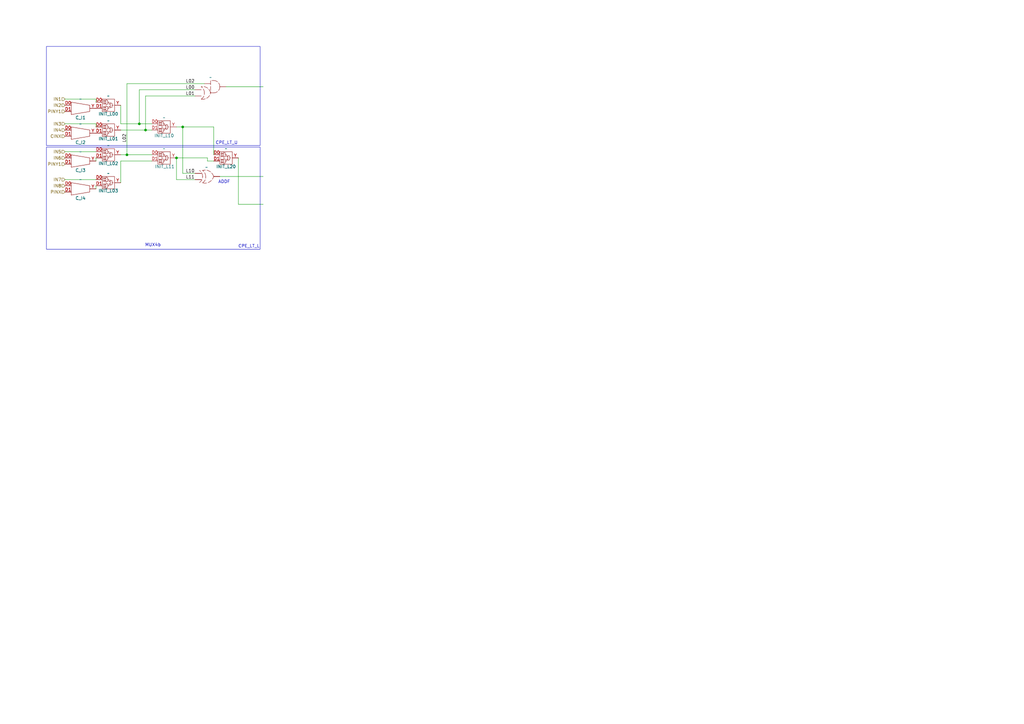
<source format=kicad_sch>
(kicad_sch
	(version 20250114)
	(generator "eeschema")
	(generator_version "9.0")
	(uuid "2a9cd8f7-e812-476c-ad1e-1dac2d5bc5cd")
	(paper "A3")
	(title_block
		(company "YosysHQ")
	)
	(lib_symbols
		(symbol "peppercorn:AO21"
			(exclude_from_sim no)
			(in_bom yes)
			(on_board yes)
			(property "Reference" "U"
				(at 0 0 0)
				(effects
					(font
						(size 1.27 1.27)
					)
				)
			)
			(property "Value" ""
				(at 0 0 0)
				(effects
					(font
						(size 1.27 1.27)
					)
				)
			)
			(property "Footprint" ""
				(at 0 0 0)
				(effects
					(font
						(size 1.27 1.27)
					)
					(hide yes)
				)
			)
			(property "Datasheet" ""
				(at 0 0 0)
				(effects
					(font
						(size 1.27 1.27)
					)
					(hide yes)
				)
			)
			(property "Description" ""
				(at 0 0 0)
				(effects
					(font
						(size 1.27 1.27)
					)
					(hide yes)
				)
			)
			(symbol "AO21_1_1"
				(arc
					(start -1.27 2.54)
					(mid -0.3243 1.4253)
					(end 0 0)
					(stroke
						(width 0)
						(type dash)
					)
					(fill
						(type none)
					)
				)
				(arc
					(start 0 0)
					(mid -0.2725 -1.4513)
					(end -1.27 -2.54)
					(stroke
						(width 0)
						(type dash)
					)
					(fill
						(type none)
					)
				)
				(arc
					(start -1.2702 2.5398)
					(mid 1.1609 2.059)
					(end 2.54 0)
					(stroke
						(width 0)
						(type dash)
					)
					(fill
						(type none)
					)
				)
				(arc
					(start 2.54 0)
					(mid 1.161 -2.0591)
					(end -1.2702 -2.5398)
					(stroke
						(width 0)
						(type dash)
					)
					(fill
						(type none)
					)
				)
				(arc
					(start 3.81 5.08)
					(mid 5.6061 4.3361)
					(end 6.35 2.54)
					(stroke
						(width 0)
						(type dash)
					)
					(fill
						(type none)
					)
				)
				(arc
					(start 6.35 2.54)
					(mid 5.6061 0.7439)
					(end 3.81 0)
					(stroke
						(width 0)
						(type dash)
					)
					(fill
						(type none)
					)
				)
				(polyline
					(pts
						(xy 3.81 0) (xy 2.54 0) (xy 2.54 5.08) (xy 3.81 5.08)
					)
					(stroke
						(width 0)
						(type dash)
					)
					(fill
						(type none)
					)
				)
				(pin input line
					(at -3.81 1.27 0)
					(length 2.54)
					(name ""
						(effects
							(font
								(size 1.27 1.27)
							)
						)
					)
					(number ""
						(effects
							(font
								(size 1.27 1.27)
							)
						)
					)
				)
				(pin input line
					(at -3.81 -1.27 0)
					(length 2.54)
					(name ""
						(effects
							(font
								(size 1.27 1.27)
							)
						)
					)
					(number ""
						(effects
							(font
								(size 1.27 1.27)
							)
						)
					)
				)
				(pin input line
					(at 0 3.81 0)
					(length 2.54)
					(name ""
						(effects
							(font
								(size 1.27 1.27)
							)
						)
					)
					(number ""
						(effects
							(font
								(size 1.27 1.27)
							)
						)
					)
				)
				(pin output line
					(at 8.89 2.54 180)
					(length 2.54)
					(name ""
						(effects
							(font
								(size 1.27 1.27)
							)
						)
					)
					(number ""
						(effects
							(font
								(size 1.27 1.27)
							)
						)
					)
				)
			)
			(embedded_fonts no)
		)
		(symbol "peppercorn:LUT2"
			(exclude_from_sim no)
			(in_bom yes)
			(on_board yes)
			(property "Reference" "L"
				(at 0 3.556 0)
				(effects
					(font
						(size 1.27 1.27)
					)
				)
			)
			(property "Value" ""
				(at 0 0 0)
				(effects
					(font
						(size 1.27 1.27)
					)
				)
			)
			(property "Footprint" ""
				(at 0 0 0)
				(effects
					(font
						(size 1.27 1.27)
					)
					(hide yes)
				)
			)
			(property "Datasheet" ""
				(at 0 0 0)
				(effects
					(font
						(size 1.27 1.27)
					)
					(hide yes)
				)
			)
			(property "Description" ""
				(at 0 0 0)
				(effects
					(font
						(size 1.27 1.27)
					)
					(hide yes)
				)
			)
			(symbol "LUT2_0_1"
				(rectangle
					(start -2.54 2.54)
					(end 2.54 -2.54)
					(stroke
						(width 0)
						(type default)
					)
					(fill
						(type none)
					)
				)
				(rectangle
					(start -2.032 2.032)
					(end -1.524 1.524)
					(stroke
						(width 0)
						(type default)
					)
					(fill
						(type none)
					)
				)
				(rectangle
					(start -2.032 1.016)
					(end -1.524 0.508)
					(stroke
						(width 0)
						(type default)
					)
					(fill
						(type none)
					)
				)
				(rectangle
					(start -2.032 -0.508)
					(end -1.524 -1.016)
					(stroke
						(width 0)
						(type default)
					)
					(fill
						(type none)
					)
				)
				(rectangle
					(start -2.032 -1.524)
					(end -1.524 -2.032)
					(stroke
						(width 0)
						(type default)
					)
					(fill
						(type none)
					)
				)
				(polyline
					(pts
						(xy -1.524 1.778) (xy -1.016 1.778)
					)
					(stroke
						(width 0)
						(type default)
					)
					(fill
						(type none)
					)
				)
				(polyline
					(pts
						(xy -1.524 0.762) (xy -1.016 0.762)
					)
					(stroke
						(width 0)
						(type default)
					)
					(fill
						(type none)
					)
				)
				(polyline
					(pts
						(xy -1.524 -0.762) (xy -1.016 -0.762)
					)
					(stroke
						(width 0)
						(type default)
					)
					(fill
						(type none)
					)
				)
				(polyline
					(pts
						(xy -1.524 -1.778) (xy -1.016 -1.778)
					)
					(stroke
						(width 0)
						(type default)
					)
					(fill
						(type none)
					)
				)
				(polyline
					(pts
						(xy -1.016 0.254) (xy -1.016 2.286) (xy -0.254 2.032) (xy -0.254 0.508) (xy -1.016 0.254)
					)
					(stroke
						(width 0)
						(type default)
					)
					(fill
						(type none)
					)
				)
				(polyline
					(pts
						(xy -1.016 -0.254) (xy -1.016 -2.286) (xy -0.254 -2.032) (xy -0.254 -0.508) (xy -1.016 -0.254)
					)
					(stroke
						(width 0)
						(type default)
					)
					(fill
						(type none)
					)
				)
				(polyline
					(pts
						(xy -0.254 1.27) (xy 0.254 1.27) (xy 0.254 0.508) (xy 0.762 0.508)
					)
					(stroke
						(width 0)
						(type default)
					)
					(fill
						(type none)
					)
				)
				(polyline
					(pts
						(xy -0.254 -1.27) (xy 0.254 -1.27) (xy 0.254 -0.508) (xy 0.762 -0.508)
					)
					(stroke
						(width 0)
						(type default)
					)
					(fill
						(type none)
					)
				)
				(polyline
					(pts
						(xy 0.762 -1.016) (xy 0.762 1.016) (xy 1.524 0.762) (xy 1.524 -0.762) (xy 0.762 -1.016)
					)
					(stroke
						(width 0)
						(type default)
					)
					(fill
						(type none)
					)
				)
				(polyline
					(pts
						(xy 1.524 0) (xy 2.032 0)
					)
					(stroke
						(width 0)
						(type default)
					)
					(fill
						(type none)
					)
				)
			)
			(symbol "LUT2_1_1"
				(pin input line
					(at -5.08 1.27 0)
					(length 2.54)
					(name ""
						(effects
							(font
								(size 1.27 1.27)
							)
						)
					)
					(number "D0"
						(effects
							(font
								(size 1.27 1.27)
							)
						)
					)
				)
				(pin input line
					(at -5.08 -1.27 0)
					(length 2.54)
					(name ""
						(effects
							(font
								(size 1.27 1.27)
							)
						)
					)
					(number "D1"
						(effects
							(font
								(size 1.27 1.27)
							)
						)
					)
				)
				(pin output line
					(at 5.08 0 180)
					(length 2.54)
					(name ""
						(effects
							(font
								(size 1.27 1.27)
							)
						)
					)
					(number "Y"
						(effects
							(font
								(size 1.27 1.27)
							)
						)
					)
				)
			)
			(embedded_fonts no)
		)
		(symbol "peppercorn:MUX2B"
			(exclude_from_sim no)
			(in_bom yes)
			(on_board yes)
			(property "Reference" "C"
				(at 0 -3.81 0)
				(effects
					(font
						(size 1.27 1.27)
					)
				)
			)
			(property "Value" ""
				(at 0 0 0)
				(effects
					(font
						(size 1.27 1.27)
					)
				)
			)
			(property "Footprint" ""
				(at 0 0 0)
				(effects
					(font
						(size 1.27 1.27)
					)
					(hide yes)
				)
			)
			(property "Datasheet" ""
				(at 0 0 0)
				(effects
					(font
						(size 1.27 1.27)
					)
					(hide yes)
				)
			)
			(property "Description" ""
				(at 0 0 0)
				(effects
					(font
						(size 1.27 1.27)
					)
					(hide yes)
				)
			)
			(symbol "MUX2B_0_1"
				(polyline
					(pts
						(xy -3.81 -2.54) (xy -3.81 2.54) (xy 3.81 1.27) (xy 3.81 -1.27) (xy -3.81 -2.54)
					)
					(stroke
						(width 0)
						(type default)
					)
					(fill
						(type none)
					)
				)
			)
			(symbol "MUX2B_1_1"
				(pin input line
					(at -6.35 1.27 0)
					(length 2.54)
					(name ""
						(effects
							(font
								(size 1.27 1.27)
							)
						)
					)
					(number "D0"
						(effects
							(font
								(size 1.27 1.27)
							)
						)
					)
				)
				(pin input line
					(at -6.35 -1.27 0)
					(length 2.54)
					(name ""
						(effects
							(font
								(size 1.27 1.27)
							)
						)
					)
					(number "D1"
						(effects
							(font
								(size 1.27 1.27)
							)
						)
					)
				)
				(pin output line
					(at 6.35 0 180)
					(length 2.54)
					(name ""
						(effects
							(font
								(size 1.27 1.27)
							)
						)
					)
					(number "Y"
						(effects
							(font
								(size 1.27 1.27)
							)
						)
					)
				)
			)
			(embedded_fonts no)
		)
		(symbol "peppercorn:XOR"
			(exclude_from_sim no)
			(in_bom yes)
			(on_board yes)
			(property "Reference" "U"
				(at 0 0 0)
				(effects
					(font
						(size 1.27 1.27)
					)
				)
			)
			(property "Value" ""
				(at 0 0 0)
				(effects
					(font
						(size 1.27 1.27)
					)
				)
			)
			(property "Footprint" ""
				(at 0 0 0)
				(effects
					(font
						(size 1.27 1.27)
					)
					(hide yes)
				)
			)
			(property "Datasheet" ""
				(at 0 0 0)
				(effects
					(font
						(size 1.27 1.27)
					)
					(hide yes)
				)
			)
			(property "Description" ""
				(at 0 0 0)
				(effects
					(font
						(size 1.27 1.27)
					)
					(hide yes)
				)
			)
			(symbol "XOR_1_1"
				(arc
					(start -3.2746 2.4902)
					(mid -2.3289 1.3755)
					(end -2.0046 -0.0498)
					(stroke
						(width 0)
						(type dash)
					)
					(fill
						(type none)
					)
				)
				(arc
					(start -2.0046 0.0498)
					(mid -2.3289 -1.3755)
					(end -3.2746 -2.4902)
					(stroke
						(width 0)
						(type dash)
					)
					(fill
						(type none)
					)
				)
				(arc
					(start -2.005 2.49)
					(mid -1.0593 1.3753)
					(end -0.735 -0.05)
					(stroke
						(width 0)
						(type dash)
					)
					(fill
						(type none)
					)
				)
				(arc
					(start -0.735 -0.05)
					(mid -1.0075 -1.5013)
					(end -2.005 -2.59)
					(stroke
						(width 0)
						(type dash)
					)
					(fill
						(type none)
					)
				)
				(arc
					(start 2.54 0)
					(mid 0.8038 -2.2363)
					(end -2.0052 -2.5898)
					(stroke
						(width 0)
						(type dash)
					)
					(fill
						(type none)
					)
				)
				(arc
					(start -2.0052 2.4898)
					(mid 0.7831 2.1863)
					(end 2.54 0)
					(stroke
						(width 0)
						(type dash)
					)
					(fill
						(type none)
					)
				)
				(pin input line
					(at -5.08 1.27 0)
					(length 2.54)
					(name ""
						(effects
							(font
								(size 1.27 1.27)
							)
						)
					)
					(number ""
						(effects
							(font
								(size 1.27 1.27)
							)
						)
					)
				)
				(pin input line
					(at -5.08 -1.27 0)
					(length 2.54)
					(name ""
						(effects
							(font
								(size 1.27 1.27)
							)
						)
					)
					(number ""
						(effects
							(font
								(size 1.27 1.27)
							)
						)
					)
				)
				(pin input line
					(at 5.08 0 180)
					(length 2.54)
					(name ""
						(effects
							(font
								(size 1.27 1.27)
							)
						)
					)
					(number ""
						(effects
							(font
								(size 1.27 1.27)
							)
						)
					)
				)
			)
			(embedded_fonts no)
		)
	)
	(rectangle
		(start 19.05 19.05)
		(end 106.68 59.69)
		(stroke
			(width 0)
			(type default)
		)
		(fill
			(type none)
		)
		(uuid 4cfc9014-d32a-44e2-9518-ddf171ec7e07)
	)
	(rectangle
		(start 19.05 60.325)
		(end 106.68 102.235)
		(stroke
			(width 0)
			(type default)
		)
		(fill
			(type none)
		)
		(uuid e156abc1-0372-4f5c-a43b-cf886d7ed937)
	)
	(text "CPE_LT_U"
		(exclude_from_sim no)
		(at 92.964 58.674 0)
		(effects
			(font
				(size 1.27 1.27)
			)
		)
		(uuid "0df2367e-b726-4d27-a5ce-42c8af630700")
	)
	(text "MUX4b"
		(exclude_from_sim no)
		(at 62.738 100.584 0)
		(effects
			(font
				(size 1.27 1.27)
			)
		)
		(uuid "57baaf84-e98f-4631-8cbc-821fcb6cff6f")
	)
	(text "CPE_LT_L"
		(exclude_from_sim no)
		(at 102.108 101.092 0)
		(effects
			(font
				(size 1.27 1.27)
			)
		)
		(uuid "cfc34462-e865-471b-8f94-7f7bb82713af")
	)
	(text "ADDF"
		(exclude_from_sim no)
		(at 91.948 74.676 0)
		(effects
			(font
				(size 1.27 1.27)
			)
		)
		(uuid "fe1d7272-3a98-499d-a9f5-8b8a7e85fedd")
	)
	(junction
		(at 74.93 52.07)
		(diameter 0)
		(color 0 0 0 0)
		(uuid "0cd97ce1-f0d2-4999-801f-678c7145391d")
	)
	(junction
		(at 72.39 64.77)
		(diameter 0)
		(color 0 0 0 0)
		(uuid "2afbf706-e349-4c87-9090-002dffc09665")
	)
	(junction
		(at 52.07 63.5)
		(diameter 0)
		(color 0 0 0 0)
		(uuid "2fbc5fe7-3a1d-485c-b6a6-2be658b74be1")
	)
	(junction
		(at 59.69 53.34)
		(diameter 0)
		(color 0 0 0 0)
		(uuid "99b1790d-2489-473a-ba9b-ba61e28804f2")
	)
	(junction
		(at 57.15 50.8)
		(diameter 0)
		(color 0 0 0 0)
		(uuid "e6f4eeaf-7cbd-410e-bfbe-1cd01aa10915")
	)
	(wire
		(pts
			(xy 39.37 50.8) (xy 39.37 52.07)
		)
		(stroke
			(width 0)
			(type default)
		)
		(uuid "00aa99a2-69a9-4a1d-8c11-a92e39c78f01")
	)
	(wire
		(pts
			(xy 26.67 50.8) (xy 39.37 50.8)
		)
		(stroke
			(width 0)
			(type default)
		)
		(uuid "00fc0802-fadd-45ea-b80d-49bb9a40b570")
	)
	(wire
		(pts
			(xy 59.69 53.34) (xy 62.23 53.34)
		)
		(stroke
			(width 0)
			(type default)
		)
		(uuid "0815bcc4-a650-477b-b0db-315af30f2125")
	)
	(wire
		(pts
			(xy 97.79 83.82) (xy 107.95 83.82)
		)
		(stroke
			(width 0)
			(type default)
		)
		(uuid "14e768e7-569f-4f4a-ae1e-bf6b8ebbe75e")
	)
	(wire
		(pts
			(xy 85.09 66.04) (xy 87.63 66.04)
		)
		(stroke
			(width 0)
			(type default)
		)
		(uuid "1638b1c7-d423-4825-b876-ba0a11c4133e")
	)
	(wire
		(pts
			(xy 87.63 52.07) (xy 87.63 63.5)
		)
		(stroke
			(width 0)
			(type default)
		)
		(uuid "16b57572-1577-4223-8ab1-4f4a96807d0c")
	)
	(wire
		(pts
			(xy 72.39 64.77) (xy 85.09 64.77)
		)
		(stroke
			(width 0)
			(type default)
		)
		(uuid "1cdb79d3-456d-40fa-89ba-d914ee334b66")
	)
	(wire
		(pts
			(xy 72.39 73.66) (xy 72.39 64.77)
		)
		(stroke
			(width 0)
			(type default)
		)
		(uuid "31470bc0-131c-4ad8-afac-c9b50467964a")
	)
	(wire
		(pts
			(xy 49.53 74.93) (xy 49.53 66.04)
		)
		(stroke
			(width 0)
			(type default)
		)
		(uuid "3214410d-dc48-4c85-b1a4-1cfbe9df7ae2")
	)
	(wire
		(pts
			(xy 49.53 66.04) (xy 62.23 66.04)
		)
		(stroke
			(width 0)
			(type default)
		)
		(uuid "3310df62-6ef8-41b8-ad2f-6faa8fdb5ee7")
	)
	(wire
		(pts
			(xy 52.07 63.5) (xy 62.23 63.5)
		)
		(stroke
			(width 0)
			(type default)
		)
		(uuid "39362f60-c507-4d43-a144-d23690468129")
	)
	(wire
		(pts
			(xy 74.93 71.12) (xy 80.01 71.12)
		)
		(stroke
			(width 0)
			(type default)
		)
		(uuid "4a8ee472-547a-4f9b-b7af-12c9f12cd141")
	)
	(wire
		(pts
			(xy 57.15 50.8) (xy 57.15 36.83)
		)
		(stroke
			(width 0)
			(type default)
		)
		(uuid "4b7db36e-1207-4702-95de-0687f8fff8b6")
	)
	(wire
		(pts
			(xy 49.53 50.8) (xy 49.53 43.18)
		)
		(stroke
			(width 0)
			(type default)
		)
		(uuid "57412289-3091-4ef8-a192-f8e0f43a4788")
	)
	(wire
		(pts
			(xy 80.01 73.66) (xy 72.39 73.66)
		)
		(stroke
			(width 0)
			(type default)
		)
		(uuid "6769bb8a-a9d2-402a-a116-b5440e324551")
	)
	(wire
		(pts
			(xy 52.07 34.29) (xy 83.82 34.29)
		)
		(stroke
			(width 0)
			(type default)
		)
		(uuid "6c78e60e-9ff5-4142-a655-7c87c8b1b495")
	)
	(wire
		(pts
			(xy 57.15 36.83) (xy 80.01 36.83)
		)
		(stroke
			(width 0)
			(type default)
		)
		(uuid "6dbb478f-6fca-4685-b259-9d3b51978358")
	)
	(wire
		(pts
			(xy 72.39 52.07) (xy 74.93 52.07)
		)
		(stroke
			(width 0)
			(type default)
		)
		(uuid "6e836899-707e-466f-ab39-09d305696828")
	)
	(wire
		(pts
			(xy 90.17 72.39) (xy 107.95 72.39)
		)
		(stroke
			(width 0)
			(type default)
		)
		(uuid "6f1f5594-ecb3-4d73-aabb-81fa466778c6")
	)
	(wire
		(pts
			(xy 39.37 64.77) (xy 39.37 66.04)
		)
		(stroke
			(width 0)
			(type default)
		)
		(uuid "8b284247-4f91-4198-b5a4-75b978f0d3e3")
	)
	(wire
		(pts
			(xy 97.79 64.77) (xy 97.79 83.82)
		)
		(stroke
			(width 0)
			(type default)
		)
		(uuid "8ee1abc3-a856-4068-ac47-9d6154660917")
	)
	(wire
		(pts
			(xy 49.53 63.5) (xy 52.07 63.5)
		)
		(stroke
			(width 0)
			(type default)
		)
		(uuid "90280c8d-d140-422b-bb79-ca015edae523")
	)
	(wire
		(pts
			(xy 74.93 71.12) (xy 74.93 52.07)
		)
		(stroke
			(width 0)
			(type default)
		)
		(uuid "9530f4a3-9b9f-4af3-9537-09aaef47c523")
	)
	(wire
		(pts
			(xy 74.93 52.07) (xy 87.63 52.07)
		)
		(stroke
			(width 0)
			(type default)
		)
		(uuid "9614e7b2-61c9-46a1-953e-46ced13661d5")
	)
	(wire
		(pts
			(xy 85.09 64.77) (xy 85.09 66.04)
		)
		(stroke
			(width 0)
			(type default)
		)
		(uuid "a5d877f9-1528-46f6-bc88-352442724559")
	)
	(wire
		(pts
			(xy 59.69 39.37) (xy 80.01 39.37)
		)
		(stroke
			(width 0)
			(type default)
		)
		(uuid "ac8e4d08-8d66-4ec9-913b-e21065d8d5cd")
	)
	(wire
		(pts
			(xy 39.37 76.2) (xy 39.37 77.47)
		)
		(stroke
			(width 0)
			(type default)
		)
		(uuid "b2bc1341-4e1f-4729-9199-7966c9ad3d9f")
	)
	(wire
		(pts
			(xy 92.71 35.56) (xy 107.95 35.56)
		)
		(stroke
			(width 0)
			(type default)
		)
		(uuid "b3d61c7f-fd96-4c8b-ad04-1c78c5026d46")
	)
	(wire
		(pts
			(xy 26.67 73.66) (xy 39.37 73.66)
		)
		(stroke
			(width 0)
			(type default)
		)
		(uuid "c67ba7df-f92c-4a09-9f56-ac9bfb73763a")
	)
	(wire
		(pts
			(xy 49.53 53.34) (xy 59.69 53.34)
		)
		(stroke
			(width 0)
			(type default)
		)
		(uuid "d225acf0-fb31-418c-afc5-f3de28659a01")
	)
	(wire
		(pts
			(xy 26.67 40.64) (xy 39.37 40.64)
		)
		(stroke
			(width 0)
			(type default)
		)
		(uuid "db9bffc0-f764-4ebe-9afa-9809218d70c2")
	)
	(wire
		(pts
			(xy 49.53 50.8) (xy 57.15 50.8)
		)
		(stroke
			(width 0)
			(type default)
		)
		(uuid "dbf2a771-d3dd-41db-98f1-9c63717d018d")
	)
	(wire
		(pts
			(xy 59.69 53.34) (xy 59.69 39.37)
		)
		(stroke
			(width 0)
			(type default)
		)
		(uuid "dc6d3be6-128c-4b60-b58a-057205b270c5")
	)
	(wire
		(pts
			(xy 52.07 34.29) (xy 52.07 63.5)
		)
		(stroke
			(width 0)
			(type default)
		)
		(uuid "e932cb0c-8fe9-46e1-bfd9-fe564796012d")
	)
	(wire
		(pts
			(xy 26.67 62.23) (xy 39.37 62.23)
		)
		(stroke
			(width 0)
			(type default)
		)
		(uuid "e99b5f64-cb1e-4da4-a06d-d5757317b2bf")
	)
	(wire
		(pts
			(xy 57.15 50.8) (xy 62.23 50.8)
		)
		(stroke
			(width 0)
			(type default)
		)
		(uuid "efd1bcf0-31da-4757-86a8-8bb24e748666")
	)
	(wire
		(pts
			(xy 39.37 40.64) (xy 39.37 41.91)
		)
		(stroke
			(width 0)
			(type default)
		)
		(uuid "f702463d-4564-4a5e-a2aa-31218b7de703")
	)
	(label "L00"
		(at 76.2 36.83 0)
		(effects
			(font
				(size 1.27 1.27)
			)
			(justify left bottom)
		)
		(uuid "10ca440b-030d-4772-b324-0e4775d0a448")
	)
	(label "L11"
		(at 76.2 73.66 0)
		(effects
			(font
				(size 1.27 1.27)
			)
			(justify left bottom)
		)
		(uuid "7faccf49-788b-4152-a8e8-09462e2432a0")
	)
	(label "L02"
		(at 52.07 58.42 90)
		(effects
			(font
				(size 1.27 1.27)
			)
			(justify left bottom)
		)
		(uuid "96d07194-f96e-4cdb-8c64-c2dea6bd9982")
	)
	(label "L10"
		(at 76.2 71.12 0)
		(effects
			(font
				(size 1.27 1.27)
			)
			(justify left bottom)
		)
		(uuid "cac18c65-024d-48b2-a04c-24397dd96539")
	)
	(label "L01"
		(at 76.2 39.37 0)
		(effects
			(font
				(size 1.27 1.27)
			)
			(justify left bottom)
		)
		(uuid "d5925fef-f4d9-4c3f-8f52-155155c869e7")
	)
	(label "L02"
		(at 76.2 34.29 0)
		(effects
			(font
				(size 1.27 1.27)
			)
			(justify left bottom)
		)
		(uuid "ddfecfd6-6b4f-4a3c-8058-7e8dd5886c24")
	)
	(hierarchical_label "CINX"
		(shape input)
		(at 26.67 55.88 180)
		(effects
			(font
				(size 1.27 1.27)
			)
			(justify right)
		)
		(uuid "1629b30a-d236-4ded-b223-59d493ff3692")
	)
	(hierarchical_label "IN5"
		(shape input)
		(at 26.67 62.23 180)
		(effects
			(font
				(size 1.27 1.27)
			)
			(justify right)
		)
		(uuid "1b9af1f4-23fc-48da-9954-561ceca0ab7f")
	)
	(hierarchical_label "IN2"
		(shape input)
		(at 26.67 43.18 180)
		(effects
			(font
				(size 1.27 1.27)
			)
			(justify right)
		)
		(uuid "25f276cd-45c2-4dbb-a9d4-01564233e49c")
	)
	(hierarchical_label "PINX"
		(shape input)
		(at 26.67 78.74 180)
		(effects
			(font
				(size 1.27 1.27)
			)
			(justify right)
		)
		(uuid "326e92b7-f4ea-47a9-8b56-ff12b472de35")
	)
	(hierarchical_label "IN8"
		(shape input)
		(at 26.67 76.2 180)
		(effects
			(font
				(size 1.27 1.27)
			)
			(justify right)
		)
		(uuid "5b95441c-78e5-4a23-9441-93c8eab2822b")
	)
	(hierarchical_label "PINY1"
		(shape input)
		(at 26.67 67.31 180)
		(effects
			(font
				(size 1.27 1.27)
			)
			(justify right)
		)
		(uuid "61f7a27d-cd6f-4752-9e8c-7ca92c67b29a")
	)
	(hierarchical_label "IN6"
		(shape input)
		(at 26.67 64.77 180)
		(effects
			(font
				(size 1.27 1.27)
			)
			(justify right)
		)
		(uuid "8bedde1c-4225-4072-96da-6ae79dc0fb0f")
	)
	(hierarchical_label "PINY1"
		(shape input)
		(at 26.67 45.72 180)
		(effects
			(font
				(size 1.27 1.27)
			)
			(justify right)
		)
		(uuid "adda66de-e2ab-413b-96e8-a7f17adc90e9")
	)
	(hierarchical_label "IN3"
		(shape input)
		(at 26.67 50.8 180)
		(effects
			(font
				(size 1.27 1.27)
			)
			(justify right)
		)
		(uuid "b586a401-9460-4b6c-a4bf-3159763847fc")
	)
	(hierarchical_label "IN1"
		(shape input)
		(at 26.67 40.64 180)
		(effects
			(font
				(size 1.27 1.27)
			)
			(justify right)
		)
		(uuid "c805f4f6-80bb-4221-bb3e-5658e1900046")
	)
	(hierarchical_label "IN4"
		(shape input)
		(at 26.67 53.34 180)
		(effects
			(font
				(size 1.27 1.27)
			)
			(justify right)
		)
		(uuid "c844ea31-9c46-4e1b-9307-596aec116e8b")
	)
	(hierarchical_label "IN7"
		(shape input)
		(at 26.67 73.66 180)
		(effects
			(font
				(size 1.27 1.27)
			)
			(justify right)
		)
		(uuid "ca3f90f7-0edf-4985-b5b5-d315dc6b003f")
	)
	(symbol
		(lib_id "peppercorn:LUT2")
		(at 67.31 52.07 0)
		(unit 1)
		(exclude_from_sim no)
		(in_bom yes)
		(on_board yes)
		(dnp no)
		(uuid "0036ffe3-ccf3-4e67-80e0-eea27eaa0320")
		(property "Reference" "INIT_L10"
			(at 67.31 55.626 0)
			(effects
				(font
					(size 1.27 1.27)
				)
			)
		)
		(property "Value" "~"
			(at 67.31 48.26 0)
			(effects
				(font
					(size 1.27 1.27)
				)
			)
		)
		(property "Footprint" ""
			(at 67.31 52.07 0)
			(effects
				(font
					(size 1.27 1.27)
				)
				(hide yes)
			)
		)
		(property "Datasheet" ""
			(at 67.31 52.07 0)
			(effects
				(font
					(size 1.27 1.27)
				)
				(hide yes)
			)
		)
		(property "Description" ""
			(at 67.31 52.07 0)
			(effects
				(font
					(size 1.27 1.27)
				)
				(hide yes)
			)
		)
		(pin "Y"
			(uuid "0ddab073-e7d7-4528-872f-5550251c754a")
		)
		(pin "D1"
			(uuid "f7812c17-4417-4a3d-8053-0c16ee181d98")
		)
		(pin "D0"
			(uuid "bd57d73a-a3a3-47d0-8d53-3e532aa7b66a")
		)
		(instances
			(project "prjpeppercorn"
				(path "/5a7723f7-3f6f-437e-b958-e402b06d3f54/cb769740-e0a9-4f3d-b622-ba158089ec4b/7870fc3a-1ee9-4a55-a2a2-8f09313f282c"
					(reference "INIT_L10")
					(unit 1)
				)
			)
		)
	)
	(symbol
		(lib_id "peppercorn:XOR")
		(at 85.09 72.39 0)
		(unit 1)
		(exclude_from_sim no)
		(in_bom yes)
		(on_board yes)
		(dnp no)
		(fields_autoplaced yes)
		(uuid "2fac4683-f737-4ed3-a7db-fd79f384a3a1")
		(property "Reference" "U11"
			(at 84.7227 66.04 0)
			(effects
				(font
					(size 1.27 1.27)
				)
				(hide yes)
			)
		)
		(property "Value" "~"
			(at 84.7227 68.58 0)
			(effects
				(font
					(size 1.27 1.27)
				)
			)
		)
		(property "Footprint" ""
			(at 85.09 72.39 0)
			(effects
				(font
					(size 1.27 1.27)
				)
				(hide yes)
			)
		)
		(property "Datasheet" ""
			(at 85.09 72.39 0)
			(effects
				(font
					(size 1.27 1.27)
				)
				(hide yes)
			)
		)
		(property "Description" ""
			(at 85.09 72.39 0)
			(effects
				(font
					(size 1.27 1.27)
				)
				(hide yes)
			)
		)
		(pin ""
			(uuid "02e0ea3c-457b-453c-87e8-4f9031d325a4")
		)
		(pin ""
			(uuid "d9208399-5088-4a20-92f1-ef4485fb3894")
		)
		(pin ""
			(uuid "d182bd66-fd66-4600-92f8-13d2458f5528")
		)
		(instances
			(project "prjpeppercorn"
				(path "/5a7723f7-3f6f-437e-b958-e402b06d3f54/cb769740-e0a9-4f3d-b622-ba158089ec4b/7870fc3a-1ee9-4a55-a2a2-8f09313f282c"
					(reference "U11")
					(unit 1)
				)
			)
		)
	)
	(symbol
		(lib_id "peppercorn:LUT2")
		(at 44.45 63.5 0)
		(unit 1)
		(exclude_from_sim no)
		(in_bom yes)
		(on_board yes)
		(dnp no)
		(uuid "4225ca49-7c26-4c93-af89-2e0e1c1060b8")
		(property "Reference" "INIT_L02"
			(at 44.45 67.056 0)
			(effects
				(font
					(size 1.27 1.27)
				)
			)
		)
		(property "Value" "~"
			(at 44.45 59.69 0)
			(effects
				(font
					(size 1.27 1.27)
				)
			)
		)
		(property "Footprint" ""
			(at 44.45 63.5 0)
			(effects
				(font
					(size 1.27 1.27)
				)
				(hide yes)
			)
		)
		(property "Datasheet" ""
			(at 44.45 63.5 0)
			(effects
				(font
					(size 1.27 1.27)
				)
				(hide yes)
			)
		)
		(property "Description" ""
			(at 44.45 63.5 0)
			(effects
				(font
					(size 1.27 1.27)
				)
				(hide yes)
			)
		)
		(pin "Y"
			(uuid "0a349d94-48d3-4f4a-becd-99b8bdd5a38e")
		)
		(pin "D1"
			(uuid "3182bc95-e271-41fe-96f6-7940f7161aeb")
		)
		(pin "D0"
			(uuid "f76f0ac7-3b0f-4f5a-ad5b-5c088d4d7163")
		)
		(instances
			(project "prjpeppercorn"
				(path "/5a7723f7-3f6f-437e-b958-e402b06d3f54/cb769740-e0a9-4f3d-b622-ba158089ec4b/7870fc3a-1ee9-4a55-a2a2-8f09313f282c"
					(reference "INIT_L02")
					(unit 1)
				)
			)
		)
	)
	(symbol
		(lib_id "peppercorn:LUT2")
		(at 44.45 43.18 0)
		(unit 1)
		(exclude_from_sim no)
		(in_bom yes)
		(on_board yes)
		(dnp no)
		(uuid "48f16c39-18f3-4a91-ab03-64fa4369ddb2")
		(property "Reference" "INIT_L00"
			(at 44.45 46.736 0)
			(effects
				(font
					(size 1.27 1.27)
				)
			)
		)
		(property "Value" "~"
			(at 44.45 39.37 0)
			(effects
				(font
					(size 1.27 1.27)
				)
			)
		)
		(property "Footprint" ""
			(at 44.45 43.18 0)
			(effects
				(font
					(size 1.27 1.27)
				)
				(hide yes)
			)
		)
		(property "Datasheet" ""
			(at 44.45 43.18 0)
			(effects
				(font
					(size 1.27 1.27)
				)
				(hide yes)
			)
		)
		(property "Description" ""
			(at 44.45 43.18 0)
			(effects
				(font
					(size 1.27 1.27)
				)
				(hide yes)
			)
		)
		(pin "Y"
			(uuid "581264eb-4be4-436f-b475-d47fb9492250")
		)
		(pin "D1"
			(uuid "6818f541-9c8a-4784-8863-49a1c435cd81")
		)
		(pin "D0"
			(uuid "2abda1c6-1b2a-4b24-acdc-f17f2c9dd1eb")
		)
		(instances
			(project "prjpeppercorn"
				(path "/5a7723f7-3f6f-437e-b958-e402b06d3f54/cb769740-e0a9-4f3d-b622-ba158089ec4b/7870fc3a-1ee9-4a55-a2a2-8f09313f282c"
					(reference "INIT_L00")
					(unit 1)
				)
			)
		)
	)
	(symbol
		(lib_id "peppercorn:MUX2B")
		(at 33.02 77.47 0)
		(unit 1)
		(exclude_from_sim no)
		(in_bom yes)
		(on_board yes)
		(dnp no)
		(uuid "4aae04d8-0e0e-4165-b510-7d4b1f13c485")
		(property "Reference" "C_I4"
			(at 33.02 81.28 0)
			(effects
				(font
					(size 1.27 1.27)
				)
			)
		)
		(property "Value" "~"
			(at 33.02 73.66 0)
			(effects
				(font
					(size 1.27 1.27)
				)
			)
		)
		(property "Footprint" ""
			(at 33.02 77.47 0)
			(effects
				(font
					(size 1.27 1.27)
				)
				(hide yes)
			)
		)
		(property "Datasheet" ""
			(at 33.02 77.47 0)
			(effects
				(font
					(size 1.27 1.27)
				)
				(hide yes)
			)
		)
		(property "Description" ""
			(at 33.02 77.47 0)
			(effects
				(font
					(size 1.27 1.27)
				)
				(hide yes)
			)
		)
		(pin "D1"
			(uuid "0973ac98-0e44-4416-ad85-a2675a794619")
		)
		(pin "D0"
			(uuid "a0f0f63f-56bd-4b0d-9b32-c786e6ef9e6d")
		)
		(pin "Y"
			(uuid "e838a3c0-7d72-42c0-8b6d-ccdd6f7d078f")
		)
		(instances
			(project "prjpeppercorn"
				(path "/5a7723f7-3f6f-437e-b958-e402b06d3f54/cb769740-e0a9-4f3d-b622-ba158089ec4b/7870fc3a-1ee9-4a55-a2a2-8f09313f282c"
					(reference "C_I4")
					(unit 1)
				)
			)
		)
	)
	(symbol
		(lib_id "peppercorn:MUX2B")
		(at 33.02 44.45 0)
		(unit 1)
		(exclude_from_sim no)
		(in_bom yes)
		(on_board yes)
		(dnp no)
		(uuid "73b980d8-d89d-4dea-952f-3f6ea9bdff54")
		(property "Reference" "C_I1"
			(at 33.02 48.26 0)
			(effects
				(font
					(size 1.27 1.27)
				)
			)
		)
		(property "Value" "~"
			(at 33.02 40.64 0)
			(effects
				(font
					(size 1.27 1.27)
				)
			)
		)
		(property "Footprint" ""
			(at 33.02 44.45 0)
			(effects
				(font
					(size 1.27 1.27)
				)
				(hide yes)
			)
		)
		(property "Datasheet" ""
			(at 33.02 44.45 0)
			(effects
				(font
					(size 1.27 1.27)
				)
				(hide yes)
			)
		)
		(property "Description" ""
			(at 33.02 44.45 0)
			(effects
				(font
					(size 1.27 1.27)
				)
				(hide yes)
			)
		)
		(pin "D1"
			(uuid "615ca1e6-774e-4893-a8cb-ca83b276fa27")
		)
		(pin "D0"
			(uuid "a2a10730-52dc-4517-98b3-aab5145d5120")
		)
		(pin "Y"
			(uuid "0fbce09c-0535-418b-bb8d-5f06334c81af")
		)
		(instances
			(project "prjpeppercorn"
				(path "/5a7723f7-3f6f-437e-b958-e402b06d3f54/cb769740-e0a9-4f3d-b622-ba158089ec4b/7870fc3a-1ee9-4a55-a2a2-8f09313f282c"
					(reference "C_I1")
					(unit 1)
				)
			)
		)
	)
	(symbol
		(lib_id "peppercorn:LUT2")
		(at 92.71 64.77 0)
		(unit 1)
		(exclude_from_sim no)
		(in_bom yes)
		(on_board yes)
		(dnp no)
		(uuid "779bde3b-3c66-4982-95b5-3268e6107cee")
		(property "Reference" "INIT_L20"
			(at 92.71 68.326 0)
			(effects
				(font
					(size 1.27 1.27)
				)
			)
		)
		(property "Value" "~"
			(at 92.71 60.96 0)
			(effects
				(font
					(size 1.27 1.27)
				)
			)
		)
		(property "Footprint" ""
			(at 92.71 64.77 0)
			(effects
				(font
					(size 1.27 1.27)
				)
				(hide yes)
			)
		)
		(property "Datasheet" ""
			(at 92.71 64.77 0)
			(effects
				(font
					(size 1.27 1.27)
				)
				(hide yes)
			)
		)
		(property "Description" ""
			(at 92.71 64.77 0)
			(effects
				(font
					(size 1.27 1.27)
				)
				(hide yes)
			)
		)
		(pin "Y"
			(uuid "75767ced-ae0f-4a53-a053-d0bb8c45ece3")
		)
		(pin "D1"
			(uuid "d2d08492-3d0e-4ffd-97c4-7beb633f27b5")
		)
		(pin "D0"
			(uuid "8523aab7-8d63-480e-a41d-ed947f2090ff")
		)
		(instances
			(project "prjpeppercorn"
				(path "/5a7723f7-3f6f-437e-b958-e402b06d3f54/cb769740-e0a9-4f3d-b622-ba158089ec4b/7870fc3a-1ee9-4a55-a2a2-8f09313f282c"
					(reference "INIT_L20")
					(unit 1)
				)
			)
		)
	)
	(symbol
		(lib_id "peppercorn:MUX2B")
		(at 33.02 54.61 0)
		(unit 1)
		(exclude_from_sim no)
		(in_bom yes)
		(on_board yes)
		(dnp no)
		(uuid "8b110570-fff7-4398-a9e9-5b274d42ad74")
		(property "Reference" "C_I2"
			(at 33.02 58.42 0)
			(effects
				(font
					(size 1.27 1.27)
				)
			)
		)
		(property "Value" "~"
			(at 33.02 50.8 0)
			(effects
				(font
					(size 1.27 1.27)
				)
			)
		)
		(property "Footprint" ""
			(at 33.02 54.61 0)
			(effects
				(font
					(size 1.27 1.27)
				)
				(hide yes)
			)
		)
		(property "Datasheet" ""
			(at 33.02 54.61 0)
			(effects
				(font
					(size 1.27 1.27)
				)
				(hide yes)
			)
		)
		(property "Description" ""
			(at 33.02 54.61 0)
			(effects
				(font
					(size 1.27 1.27)
				)
				(hide yes)
			)
		)
		(pin "D1"
			(uuid "d820cffc-a857-41b2-b840-e72179f3d61d")
		)
		(pin "D0"
			(uuid "49bd4c9b-a3c5-4780-995c-91fd83a379bf")
		)
		(pin "Y"
			(uuid "2a825953-bb11-49d3-b971-8aab7342c11b")
		)
		(instances
			(project "prjpeppercorn"
				(path "/5a7723f7-3f6f-437e-b958-e402b06d3f54/cb769740-e0a9-4f3d-b622-ba158089ec4b/7870fc3a-1ee9-4a55-a2a2-8f09313f282c"
					(reference "C_I2")
					(unit 1)
				)
			)
		)
	)
	(symbol
		(lib_id "peppercorn:AO21")
		(at 83.82 38.1 0)
		(unit 1)
		(exclude_from_sim no)
		(in_bom yes)
		(on_board yes)
		(dnp no)
		(fields_autoplaced yes)
		(uuid "8dff1c99-416f-4c1f-b87b-ac06572d345b")
		(property "Reference" "U10"
			(at 86.3599 29.21 0)
			(effects
				(font
					(size 1.27 1.27)
				)
				(hide yes)
			)
		)
		(property "Value" "~"
			(at 86.3599 31.75 0)
			(effects
				(font
					(size 1.27 1.27)
				)
			)
		)
		(property "Footprint" ""
			(at 83.82 38.1 0)
			(effects
				(font
					(size 1.27 1.27)
				)
				(hide yes)
			)
		)
		(property "Datasheet" ""
			(at 83.82 38.1 0)
			(effects
				(font
					(size 1.27 1.27)
				)
				(hide yes)
			)
		)
		(property "Description" ""
			(at 83.82 38.1 0)
			(effects
				(font
					(size 1.27 1.27)
				)
				(hide yes)
			)
		)
		(pin ""
			(uuid "04b03368-0a90-4aaa-87fd-92f05c1a08b1")
		)
		(pin ""
			(uuid "34a384dd-c627-49f5-8f60-0a55f9993ffe")
		)
		(pin ""
			(uuid "af99c2e6-4498-4d05-ad86-5e6ad4374236")
		)
		(pin ""
			(uuid "c9b22cc3-ed1d-4121-a443-4c0873cac87e")
		)
		(instances
			(project "prjpeppercorn"
				(path "/5a7723f7-3f6f-437e-b958-e402b06d3f54/cb769740-e0a9-4f3d-b622-ba158089ec4b/7870fc3a-1ee9-4a55-a2a2-8f09313f282c"
					(reference "U10")
					(unit 1)
				)
			)
		)
	)
	(symbol
		(lib_id "peppercorn:LUT2")
		(at 44.45 53.34 0)
		(unit 1)
		(exclude_from_sim no)
		(in_bom yes)
		(on_board yes)
		(dnp no)
		(uuid "90c76bed-62f9-467a-af59-8473a2a90ac2")
		(property "Reference" "INIT_L01"
			(at 44.45 56.896 0)
			(effects
				(font
					(size 1.27 1.27)
				)
			)
		)
		(property "Value" "~"
			(at 44.45 49.53 0)
			(effects
				(font
					(size 1.27 1.27)
				)
			)
		)
		(property "Footprint" ""
			(at 44.45 53.34 0)
			(effects
				(font
					(size 1.27 1.27)
				)
				(hide yes)
			)
		)
		(property "Datasheet" ""
			(at 44.45 53.34 0)
			(effects
				(font
					(size 1.27 1.27)
				)
				(hide yes)
			)
		)
		(property "Description" ""
			(at 44.45 53.34 0)
			(effects
				(font
					(size 1.27 1.27)
				)
				(hide yes)
			)
		)
		(pin "Y"
			(uuid "fd80cd97-e96d-40d3-8b2d-a010cac4b105")
		)
		(pin "D1"
			(uuid "93e7bfa9-5a91-48dc-a70a-b2a2a9daf4d7")
		)
		(pin "D0"
			(uuid "bb865122-877f-4bc5-81f2-c09feff5216b")
		)
		(instances
			(project "prjpeppercorn"
				(path "/5a7723f7-3f6f-437e-b958-e402b06d3f54/cb769740-e0a9-4f3d-b622-ba158089ec4b/7870fc3a-1ee9-4a55-a2a2-8f09313f282c"
					(reference "INIT_L01")
					(unit 1)
				)
			)
		)
	)
	(symbol
		(lib_id "peppercorn:LUT2")
		(at 67.31 64.77 0)
		(unit 1)
		(exclude_from_sim no)
		(in_bom yes)
		(on_board yes)
		(dnp no)
		(uuid "a989b657-b14d-4d51-aa94-90db015edcf8")
		(property "Reference" "INIT_L11"
			(at 67.564 68.326 0)
			(effects
				(font
					(size 1.27 1.27)
				)
			)
		)
		(property "Value" "~"
			(at 67.31 60.96 0)
			(effects
				(font
					(size 1.27 1.27)
				)
			)
		)
		(property "Footprint" ""
			(at 67.31 64.77 0)
			(effects
				(font
					(size 1.27 1.27)
				)
				(hide yes)
			)
		)
		(property "Datasheet" ""
			(at 67.31 64.77 0)
			(effects
				(font
					(size 1.27 1.27)
				)
				(hide yes)
			)
		)
		(property "Description" ""
			(at 67.31 64.77 0)
			(effects
				(font
					(size 1.27 1.27)
				)
				(hide yes)
			)
		)
		(pin "Y"
			(uuid "24ae111d-908c-4402-bc42-e920695ac72e")
		)
		(pin "D1"
			(uuid "b9bbfe5e-33bf-46b3-ae03-8086a38b8eda")
		)
		(pin "D0"
			(uuid "020ff4b2-606f-4ae5-98b1-ee34cb650e17")
		)
		(instances
			(project "prjpeppercorn"
				(path "/5a7723f7-3f6f-437e-b958-e402b06d3f54/cb769740-e0a9-4f3d-b622-ba158089ec4b/7870fc3a-1ee9-4a55-a2a2-8f09313f282c"
					(reference "INIT_L11")
					(unit 1)
				)
			)
		)
	)
	(symbol
		(lib_id "peppercorn:MUX2B")
		(at 33.02 66.04 0)
		(unit 1)
		(exclude_from_sim no)
		(in_bom yes)
		(on_board yes)
		(dnp no)
		(uuid "d17f2ca0-3710-40bd-9856-ae6755ae4718")
		(property "Reference" "C_I3"
			(at 33.02 69.85 0)
			(effects
				(font
					(size 1.27 1.27)
				)
			)
		)
		(property "Value" "~"
			(at 33.02 62.23 0)
			(effects
				(font
					(size 1.27 1.27)
				)
			)
		)
		(property "Footprint" ""
			(at 33.02 66.04 0)
			(effects
				(font
					(size 1.27 1.27)
				)
				(hide yes)
			)
		)
		(property "Datasheet" ""
			(at 33.02 66.04 0)
			(effects
				(font
					(size 1.27 1.27)
				)
				(hide yes)
			)
		)
		(property "Description" ""
			(at 33.02 66.04 0)
			(effects
				(font
					(size 1.27 1.27)
				)
				(hide yes)
			)
		)
		(pin "D1"
			(uuid "0611fb03-2c9d-469d-ac94-3fbd40709b2e")
		)
		(pin "D0"
			(uuid "ea89e07d-5249-4702-846c-d91f97b02584")
		)
		(pin "Y"
			(uuid "8501b011-bcff-4847-9df3-e7837f91d2ec")
		)
		(instances
			(project "prjpeppercorn"
				(path "/5a7723f7-3f6f-437e-b958-e402b06d3f54/cb769740-e0a9-4f3d-b622-ba158089ec4b/7870fc3a-1ee9-4a55-a2a2-8f09313f282c"
					(reference "C_I3")
					(unit 1)
				)
			)
		)
	)
	(symbol
		(lib_id "peppercorn:LUT2")
		(at 44.45 74.93 0)
		(unit 1)
		(exclude_from_sim no)
		(in_bom yes)
		(on_board yes)
		(dnp no)
		(uuid "efadfda2-6269-4ecb-8b39-3c2aa9b88599")
		(property "Reference" "INIT_L03"
			(at 44.45 78.232 0)
			(effects
				(font
					(size 1.27 1.27)
				)
			)
		)
		(property "Value" "~"
			(at 44.45 71.12 0)
			(effects
				(font
					(size 1.27 1.27)
				)
			)
		)
		(property "Footprint" ""
			(at 44.45 74.93 0)
			(effects
				(font
					(size 1.27 1.27)
				)
				(hide yes)
			)
		)
		(property "Datasheet" ""
			(at 44.45 74.93 0)
			(effects
				(font
					(size 1.27 1.27)
				)
				(hide yes)
			)
		)
		(property "Description" ""
			(at 44.45 74.93 0)
			(effects
				(font
					(size 1.27 1.27)
				)
				(hide yes)
			)
		)
		(pin "Y"
			(uuid "84f43fee-2804-4a42-b545-b08ace7221c1")
		)
		(pin "D1"
			(uuid "10d5ed12-d55f-4de7-a0a2-8822a6f30723")
		)
		(pin "D0"
			(uuid "81385a36-b067-41f0-807b-8bddba24faec")
		)
		(instances
			(project "prjpeppercorn"
				(path "/5a7723f7-3f6f-437e-b958-e402b06d3f54/cb769740-e0a9-4f3d-b622-ba158089ec4b/7870fc3a-1ee9-4a55-a2a2-8f09313f282c"
					(reference "INIT_L03")
					(unit 1)
				)
			)
		)
	)
)

</source>
